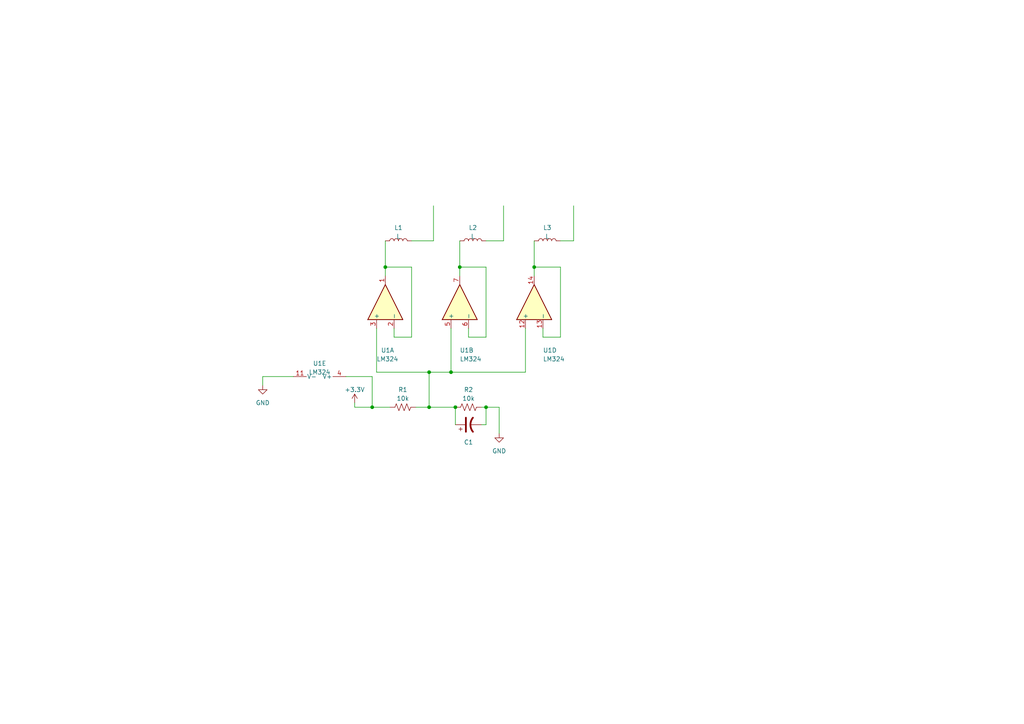
<source format=kicad_sch>
(kicad_sch (version 20230121) (generator eeschema)
  (paper "A4")
  (lib_symbols
    (symbol "Amplifier_Operational:LM324" (pin_names (offset 0.127))
      (property "Reference" "U" (at 0 5.08 0))
      (property "Value" "LM324" (at 0 -5.08 0))
      (symbol "LM324_1_1"
        (polyline (pts (xy -5.08 5.08) (xy 5.08 0) (xy -5.08 -5.08) (xy -5.08 5.08)) (stroke (width 0.254)) (fill (type background)))
        (pin output line (at 7.62 0 180) (length 2.54) (name "~") (number "1"))
        (pin input line (at -7.62 -2.54 0) (length 2.54) (name "-") (number "2"))
        (pin input line (at -7.62 2.54 0) (length 2.54) (name "+") (number "3"))
      )
      (symbol "LM324_2_1"
        (polyline (pts (xy -5.08 5.08) (xy 5.08 0) (xy -5.08 -5.08) (xy -5.08 5.08)) (stroke (width 0.254)) (fill (type background)))
        (pin input line (at -7.62 2.54 0) (length 2.54) (name "+") (number "5"))
        (pin input line (at -7.62 -2.54 0) (length 2.54) (name "-") (number "6"))
        (pin output line (at 7.62 0 180) (length 2.54) (name "~") (number "7"))
      )
      (symbol "LM324_3_1"
        (polyline (pts (xy -5.08 5.08) (xy 5.08 0) (xy -5.08 -5.08) (xy -5.08 5.08)) (stroke (width 0.254)) (fill (type background)))
        (pin input line (at -7.62 2.54 0) (length 2.54) (name "+") (number "10"))
        (pin output line (at 7.62 0 180) (length 2.54) (name "~") (number "8"))
        (pin input line (at -7.62 -2.54 0) (length 2.54) (name "-") (number "9"))
      )
      (symbol "LM324_4_1"
        (polyline (pts (xy -5.08 5.08) (xy 5.08 0) (xy -5.08 -5.08) (xy -5.08 5.08)) (stroke (width 0.254)) (fill (type background)))
        (pin input line (at -7.62 2.54 0) (length 2.54) (name "+") (number "12"))
        (pin input line (at -7.62 -2.54 0) (length 2.54) (name "-") (number "13"))
        (pin output line (at 7.62 0 180) (length 2.54) (name "~") (number "14"))
      )
      (symbol "LM324_5_1"
        (pin power_in line (at -2.54 -7.62 90) (length 3.81) (name "V-") (number "11"))
        (pin power_in line (at -2.54 7.62 270) (length 3.81) (name "V+") (number "4"))
      )
    )
    (symbol "Device:C_Polarized_US" (pin_numbers hide) (pin_names (offset 0.254) hide)
      (property "Reference" "C" (at 0.635 2.54 0))
      (property "Value" "C_Polarized_US" (at 0.635 -2.54 0))
      (symbol "C_Polarized_US_0_1"
        (polyline (pts (xy -2.032 0.762) (xy 2.032 0.762)) (stroke (width 0.508)))
        (polyline (pts (xy -1.778 2.286) (xy -0.762 2.286)))
        (polyline (pts (xy -1.27 1.778) (xy -1.27 2.794)))
        (arc (start 2.032 -1.27) (mid 0 -0.5572) (end -2.032 -1.27) (stroke (width 0.508)))
      )
      (symbol "C_Polarized_US_1_1"
        (pin passive line (at 0 3.81 270) (length 2.794) (name "~") (number "1"))
        (pin passive line (at 0 -3.81 90) (length 3.302) (name "~") (number "2"))
      )
    )
    (symbol "Device:L" (pin_numbers hide) (pin_names (offset 1.016) hide)
      (property "Reference" "L" (at -1.27 0 90))
      (property "Value" "L" (at 1.905 0 90))
      (symbol "L_0_1"
        (arc (start 0 -2.54) (mid 0.6323 -1.905) (end 0 -1.27))
        (arc (start 0 -1.27) (mid 0.6323 -0.635) (end 0 0))
        (arc (start 0 0) (mid 0.6323 0.635) (end 0 1.27))
        (arc (start 0 1.27) (mid 0.6323 1.905) (end 0 2.54))
      )
      (symbol "L_1_1"
        (pin passive line (at 0 3.81 270) (length 1.27) (name "1") (number "1"))
        (pin passive line (at 0 -3.81 90) (length 1.27) (name "2") (number "2"))
      )
    )
    (symbol "Device:R_US" (pin_numbers hide) (pin_names (offset 0))
      (property "Reference" "R" (at 2.54 0 90))
      (property "Value" "R_US" (at -2.54 0 90))
      (symbol "R_US_0_1"
        (polyline (pts (xy 0 -2.286) (xy 0 -2.54)))
        (polyline (pts (xy 0 2.286) (xy 0 2.54)))
        (polyline (pts (xy 0 -0.762) (xy 1.016 -1.143) (xy 0 -1.524) (xy -1.016 -1.905) (xy 0 -2.286)))
        (polyline (pts (xy 0 0.762) (xy 1.016 0.381) (xy 0 0) (xy -1.016 -0.381) (xy 0 -0.762)))
        (polyline (pts (xy 0 2.286) (xy 1.016 1.905) (xy 0 1.524) (xy -1.016 1.143) (xy 0 0.762)))
      )
      (symbol "R_US_1_1"
        (pin passive line (at 0 3.81 270) (length 1.27) (name "~") (number "1"))
        (pin passive line (at 0 -3.81 90) (length 1.27) (name "~") (number "2"))
      )
    )
    (symbol "power:+3.3V" (power) (pin_names (offset 0))
      (property "Value" "+3.3V" (at 0 3.556 0))
      (symbol "+3.3V_0_1"
        (polyline (pts (xy -0.762 1.27) (xy 0 2.54)))
        (polyline (pts (xy 0 0) (xy 0 2.54)))
        (polyline (pts (xy 0 2.54) (xy 0.762 1.27)))
      )
      (symbol "+3.3V_1_1"
        (pin power_in line (at 0 0 90) (length 0) hide (name "+3.3V") (number "1"))
      )
    )
    (symbol "power:GND" (power) (pin_names (offset 0))
      (property "Value" "GND" (at 0 -3.81 0))
      (symbol "GND_0_1"
        (polyline (pts (xy 0 0) (xy 0 -1.27) (xy 1.27 -1.27) (xy 0 -2.54) (xy -1.27 -1.27) (xy 0 -1.27)))
      )
      (symbol "GND_1_1"
        (pin power_in line (at 0 0 270) (length 0) hide (name "GND") (number "1"))
      )
    )
  )
  (junction (at 132.08 118.11))
  (junction (at 140.97 118.11))
  (junction (at 124.46 107.95))
  (junction (at 133.35 77.47))
  (junction (at 154.94 77.47))
  (junction (at 111.76 77.47))
  (junction (at 107.95 118.11))
  (junction (at 130.81 107.95))
  (junction (at 124.46 118.11))
  (wire (pts (xy 130.81 95.25) (xy 130.81 107.95)))
  (wire (pts (xy 111.76 77.47) (xy 111.76 80.01)))
  (wire (pts (xy 120.65 118.11) (xy 124.46 118.11)))
  (wire (pts (xy 107.95 118.11) (xy 113.03 118.11)))
  (wire (pts (xy 144.78 118.11) (xy 144.78 125.73)))
  (wire (pts (xy 157.48 97.79) (xy 162.56 97.79)))
  (wire (pts (xy 102.87 118.11) (xy 102.87 116.84)))
  (wire (pts (xy 139.7 123.19) (xy 140.97 123.19)))
  (wire (pts (xy 140.97 118.11) (xy 140.97 123.19)))
  (wire (pts (xy 152.4 95.25) (xy 152.4 107.95)))
  (wire (pts (xy 119.38 69.85) (xy 125.73 69.85)))
  (wire (pts (xy 114.3 97.79) (xy 119.38 97.79)))
  (wire (pts (xy 152.4 107.95) (xy 130.81 107.95)))
  (wire (pts (xy 119.38 77.47) (xy 111.76 77.47)))
  (wire (pts (xy 133.35 80.01) (xy 133.35 77.47)))
  (wire (pts (xy 166.37 59.69) (xy 166.37 69.85)))
  (wire (pts (xy 140.97 97.79) (xy 140.97 77.47)))
  (wire (pts (xy 154.94 77.47) (xy 162.56 77.47)))
  (wire (pts (xy 140.97 118.11) (xy 144.78 118.11)))
  (wire (pts (xy 109.22 107.95) (xy 109.22 95.25)))
  (wire (pts (xy 157.48 95.25) (xy 157.48 97.79)))
  (wire (pts (xy 107.95 118.11) (xy 107.95 109.22)))
  (wire (pts (xy 85.09 109.22) (xy 76.2 109.22)))
  (wire (pts (xy 135.89 95.25) (xy 135.89 97.79)))
  (wire (pts (xy 130.81 107.95) (xy 124.46 107.95)))
  (wire (pts (xy 146.05 59.69) (xy 146.05 69.85)))
  (wire (pts (xy 133.35 77.47) (xy 133.35 69.85)))
  (wire (pts (xy 162.56 97.79) (xy 162.56 77.47)))
  (wire (pts (xy 140.97 77.47) (xy 133.35 77.47)))
  (wire (pts (xy 100.33 109.22) (xy 107.95 109.22)))
  (wire (pts (xy 114.3 95.25) (xy 114.3 97.79)))
  (wire (pts (xy 76.2 109.22) (xy 76.2 111.76)))
  (wire (pts (xy 162.56 69.85) (xy 166.37 69.85)))
  (wire (pts (xy 135.89 97.79) (xy 140.97 97.79)))
  (wire (pts (xy 124.46 107.95) (xy 124.46 118.11)))
  (wire (pts (xy 154.94 77.47) (xy 154.94 69.85)))
  (wire (pts (xy 111.76 69.85) (xy 111.76 77.47)))
  (wire (pts (xy 139.7 118.11) (xy 140.97 118.11)))
  (wire (pts (xy 107.95 118.11) (xy 102.87 118.11)))
  (wire (pts (xy 125.73 59.69) (xy 125.73 69.85)))
  (wire (pts (xy 124.46 118.11) (xy 132.08 118.11)))
  (wire (pts (xy 132.08 118.11) (xy 132.08 123.19)))
  (wire (pts (xy 124.46 107.95) (xy 109.22 107.95)))
  (wire (pts (xy 154.94 77.47) (xy 154.94 80.01)))
  (wire (pts (xy 140.97 69.85) (xy 146.05 69.85)))
  (wire (pts (xy 119.38 97.79) (xy 119.38 77.47)))
  (symbol (lib_id "Device:R_US") (at 116.84 118.11 90) (unit 1)
    (property "Reference" "R1" (at 116.84 113.03 90))
    (property "Value" "10k" (at 116.84 115.57 90))
  )
  (symbol (lib_id "Device:L") (at 158.75 69.85 90) (unit 1)
    (property "Reference" "L3" (at 158.75 66.04 90))
    (property "Value" "L" (at 158.75 68.58 90))
  )
  (symbol (lib_id "power:+3.3V") (at 102.87 116.84 0) (unit 1)
    (property "Reference" "#PWR01" (effects hide))
    (property "Value" "+3.3V" (at 102.87 113.03 0))
  )
  (symbol (lib_id "Amplifier_Operational:LM324") (at 154.94 87.63 90) (unit 4)
    (property "Reference" "U1" (at 157.48 101.6 90) (effects (justify right)))
    (property "Value" "LM324" (at 157.48 104.14 90) (effects (justify right)))
    (property "Datasheet" "http://www.ti.com/lit/ds/symlink/lm2902-n.pdf" (effects hide))
  )
  (symbol (lib_id "Amplifier_Operational:LM324") (at 133.35 87.63 90) (unit 2)
    (property "Reference" "U1" (at 133.35 101.6 90) (effects (justify right)))
    (property "Value" "LM324" (at 133.35 104.14 90) (effects (justify right)))
    (property "Datasheet" "http://www.ti.com/lit/ds/symlink/lm2902-n.pdf" (effects hide))
  )
  (symbol (lib_id "Device:R_US") (at 135.89 118.11 90) (unit 1)
    (property "Reference" "R2" (at 135.89 113.03 90))
    (property "Value" "10k" (at 135.89 115.57 90))
  )
  (symbol (lib_id "power:GND") (at 144.78 125.73 0) (unit 1)
    (property "Reference" "#PWR02" (effects hide))
    (property "Value" "GND" (at 144.78 130.81 0))
  )
  (symbol (lib_id "Device:L") (at 115.57 69.85 90) (unit 1)
    (property "Reference" "L1" (at 115.57 66.04 90))
    (property "Value" "L" (at 115.57 68.58 90))
  )
  (symbol (lib_id "Amplifier_Operational:LM324") (at 111.76 87.63 90) (unit 1)
    (property "Reference" "U1" (at 110.49 101.6 90) (effects (justify right)))
    (property "Value" "LM324" (at 109.22 104.14 90) (effects (justify right)))
    (property "Datasheet" "http://www.ti.com/lit/ds/symlink/lm2902-n.pdf" (effects hide))
  )
  (symbol (lib_id "power:GND") (at 76.2 111.76 0) (unit 1)
    (property "Reference" "#PWR03" (effects hide))
    (property "Value" "GND" (at 76.2 116.84 0))
  )
  (symbol (lib_id "Device:C_Polarized_US") (at 135.89 123.19 90) (unit 1)
    (property "Reference" "C1" (at 135.89 128.27 90))
  )
  (symbol (lib_id "Amplifier_Operational:LM324") (at 92.71 111.76 270) (unit 5)
    (property "Reference" "U1" (at 92.71 105.41 90))
    (property "Value" "LM324" (at 92.71 107.95 90))
    (property "Datasheet" "http://www.ti.com/lit/ds/symlink/lm2902-n.pdf" (effects hide))
  )
  (symbol (lib_id "Device:L") (at 137.16 69.85 90) (unit 1)
    (property "Reference" "L2" (at 137.16 66.04 90))
    (property "Value" "L" (at 137.16 68.58 90))
  )
)
</source>
